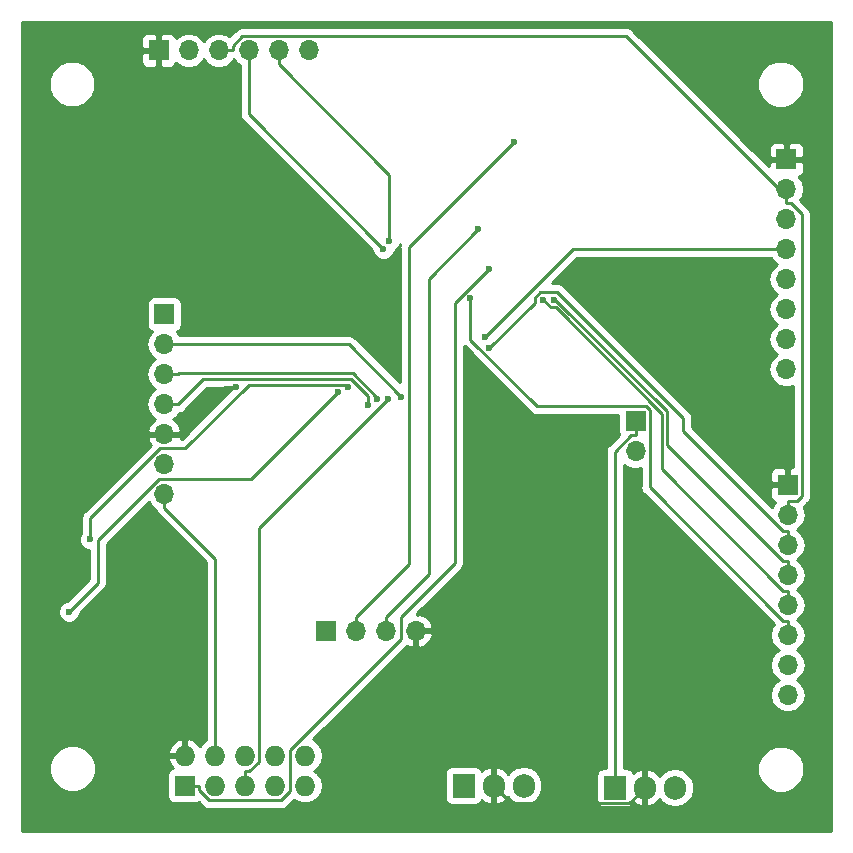
<source format=gbl>
G04 #@! TF.GenerationSoftware,KiCad,Pcbnew,5.0.2-bee76a0~70~ubuntu18.10.1*
G04 #@! TF.CreationDate,2019-07-02T09:20:29-04:00*
G04 #@! TF.ProjectId,Bonaire,426f6e61-6972-4652-9e6b-696361645f70,rev?*
G04 #@! TF.SameCoordinates,Original*
G04 #@! TF.FileFunction,Copper,L2,Bot*
G04 #@! TF.FilePolarity,Positive*
%FSLAX46Y46*%
G04 Gerber Fmt 4.6, Leading zero omitted, Abs format (unit mm)*
G04 Created by KiCad (PCBNEW 5.0.2-bee76a0~70~ubuntu18.10.1) date Tue 02 Jul 2019 09:20:29 AM EDT*
%MOMM*%
%LPD*%
G01*
G04 APERTURE LIST*
G04 #@! TA.AperFunction,ComponentPad*
%ADD10R,1.700000X1.700000*%
G04 #@! TD*
G04 #@! TA.AperFunction,ComponentPad*
%ADD11O,1.700000X1.700000*%
G04 #@! TD*
G04 #@! TA.AperFunction,ComponentPad*
%ADD12R,1.905000X2.000000*%
G04 #@! TD*
G04 #@! TA.AperFunction,ComponentPad*
%ADD13O,1.905000X2.000000*%
G04 #@! TD*
G04 #@! TA.AperFunction,ComponentPad*
%ADD14R,1.727200X1.727200*%
G04 #@! TD*
G04 #@! TA.AperFunction,ComponentPad*
%ADD15O,1.727200X1.727200*%
G04 #@! TD*
G04 #@! TA.AperFunction,ViaPad*
%ADD16C,0.600000*%
G04 #@! TD*
G04 #@! TA.AperFunction,Conductor*
%ADD17C,0.250000*%
G04 #@! TD*
G04 #@! TA.AperFunction,Conductor*
%ADD18C,0.254000*%
G04 #@! TD*
G04 APERTURE END LIST*
D10*
G04 #@! TO.P,J2,1*
G04 #@! TO.N,/GPIOB/~CS*
X133599000Y-91455200D03*
D11*
G04 #@! TO.P,J2,2*
G04 #@! TO.N,/GPIOB/MOSI*
X133599000Y-93995200D03*
G04 #@! TO.P,J2,3*
G04 #@! TO.N,/GPIOB/MISO*
X133599000Y-96535200D03*
G04 #@! TO.P,J2,4*
G04 #@! TO.N,/GPIOB/SCK*
X133599000Y-99075200D03*
G04 #@! TO.P,J2,5*
G04 #@! TO.N,GND*
X133599000Y-101615200D03*
G04 #@! TO.P,J2,6*
G04 #@! TO.N,Net-(J2-Pad6)*
X133599000Y-104155200D03*
G04 #@! TO.P,J2,7*
G04 #@! TO.N,+3V3*
X133599000Y-106695200D03*
G04 #@! TD*
D10*
G04 #@! TO.P,J3,1*
G04 #@! TO.N,GND*
X133126000Y-69113400D03*
D11*
G04 #@! TO.P,J3,2*
G04 #@! TO.N,Net-(J3-Pad2)*
X135666000Y-69113400D03*
G04 #@! TO.P,J3,3*
G04 #@! TO.N,+5V*
X138206000Y-69113400D03*
G04 #@! TO.P,J3,4*
G04 #@! TO.N,/GPIOB/UART1_RX*
X140746000Y-69113400D03*
G04 #@! TO.P,J3,5*
G04 #@! TO.N,/GPIOB/UART1_TX*
X143286000Y-69113400D03*
G04 #@! TO.P,J3,6*
G04 #@! TO.N,Net-(J3-Pad6)*
X145826000Y-69113400D03*
G04 #@! TD*
D10*
G04 #@! TO.P,J4,1*
G04 #@! TO.N,GND*
X186385000Y-105913000D03*
D11*
G04 #@! TO.P,J4,2*
G04 #@! TO.N,+5V*
X186385000Y-108453000D03*
G04 #@! TO.P,J4,3*
G04 #@! TO.N,Net-(J4-Pad3)*
X186385000Y-110993000D03*
G04 #@! TO.P,J4,4*
G04 #@! TO.N,Net-(J4-Pad4)*
X186385000Y-113533000D03*
G04 #@! TO.P,J4,5*
G04 #@! TO.N,Net-(J4-Pad5)*
X186385000Y-116073000D03*
G04 #@! TO.P,J4,6*
G04 #@! TO.N,Net-(J4-Pad6)*
X186385000Y-118613000D03*
G04 #@! TO.P,J4,7*
G04 #@! TO.N,Net-(J4-Pad7)*
X186385000Y-121153000D03*
G04 #@! TO.P,J4,8*
G04 #@! TO.N,Net-(J4-Pad8)*
X186385000Y-123693000D03*
G04 #@! TD*
G04 #@! TO.P,J5,8*
G04 #@! TO.N,Net-(J5-Pad8)*
X186263000Y-96128800D03*
G04 #@! TO.P,J5,7*
G04 #@! TO.N,Net-(J5-Pad7)*
X186263000Y-93588800D03*
G04 #@! TO.P,J5,6*
G04 #@! TO.N,Net-(J5-Pad6)*
X186263000Y-91048800D03*
G04 #@! TO.P,J5,5*
G04 #@! TO.N,Net-(J5-Pad5)*
X186263000Y-88508800D03*
G04 #@! TO.P,J5,4*
G04 #@! TO.N,Net-(J5-Pad4)*
X186263000Y-85968800D03*
G04 #@! TO.P,J5,3*
G04 #@! TO.N,Net-(J5-Pad3)*
X186263000Y-83428800D03*
G04 #@! TO.P,J5,2*
G04 #@! TO.N,+5V*
X186263000Y-80888800D03*
D10*
G04 #@! TO.P,J5,1*
G04 #@! TO.N,GND*
X186263000Y-78348800D03*
G04 #@! TD*
D12*
G04 #@! TO.P,U1,1*
G04 #@! TO.N,+24V*
X158938000Y-131374000D03*
D13*
G04 #@! TO.P,U1,2*
G04 #@! TO.N,GND*
X161478000Y-131374000D03*
G04 #@! TO.P,U1,3*
G04 #@! TO.N,+3V3*
X164018000Y-131374000D03*
G04 #@! TD*
G04 #@! TO.P,U3,3*
G04 #@! TO.N,+5V*
X176835000Y-131557000D03*
G04 #@! TO.P,U3,2*
G04 #@! TO.N,GND*
X174295000Y-131557000D03*
D12*
G04 #@! TO.P,U3,1*
G04 #@! TO.N,+24V*
X171755000Y-131557000D03*
G04 #@! TD*
D14*
G04 #@! TO.P,CON1,1*
G04 #@! TO.N,Net-(CON1-Pad1)*
X135352000Y-131374000D03*
D15*
G04 #@! TO.P,CON1,2*
G04 #@! TO.N,GND*
X135352000Y-128834000D03*
G04 #@! TO.P,CON1,3*
G04 #@! TO.N,Net-(CON1-Pad3)*
X137892000Y-131374000D03*
G04 #@! TO.P,CON1,4*
G04 #@! TO.N,+3V3*
X137892000Y-128834000D03*
G04 #@! TO.P,CON1,5*
G04 #@! TO.N,Net-(CON1-Pad5)*
X140432000Y-131374000D03*
G04 #@! TO.P,CON1,6*
G04 #@! TO.N,Net-(CON1-Pad6)*
X140432000Y-128834000D03*
G04 #@! TO.P,CON1,7*
G04 #@! TO.N,Net-(CON1-Pad7)*
X142972000Y-131374000D03*
G04 #@! TO.P,CON1,8*
G04 #@! TO.N,Net-(CON1-Pad8)*
X142972000Y-128834000D03*
G04 #@! TO.P,CON1,9*
G04 #@! TO.N,Net-(CON1-Pad9)*
X145512000Y-131374000D03*
G04 #@! TO.P,CON1,10*
G04 #@! TO.N,Net-(CON1-Pad10)*
X145512000Y-128834000D03*
G04 #@! TD*
D10*
G04 #@! TO.P,J1,1*
G04 #@! TO.N,+24V*
X147279000Y-118273000D03*
D11*
G04 #@! TO.P,J1,2*
G04 #@! TO.N,/RS485A*
X149819000Y-118273000D03*
G04 #@! TO.P,J1,3*
G04 #@! TO.N,/RS485B*
X152359000Y-118273000D03*
G04 #@! TO.P,J1,4*
G04 #@! TO.N,GND*
X154899000Y-118273000D03*
G04 #@! TD*
D10*
G04 #@! TO.P,JP1,1*
G04 #@! TO.N,+24V*
X173518000Y-100548000D03*
D11*
G04 #@! TO.P,JP1,2*
G04 #@! TO.N,+5V*
X173518000Y-103088000D03*
G04 #@! TD*
D16*
G04 #@! TO.N,GND*
X139679700Y-97610300D03*
G04 #@! TO.N,Net-(D2-Pad2)*
X148285700Y-98060600D03*
X125530300Y-116659700D03*
G04 #@! TO.N,Net-(D3-Pad2)*
X127341700Y-110534700D03*
X149134600Y-97610300D03*
G04 #@! TO.N,/RS485B*
X160192500Y-84263600D03*
G04 #@! TO.N,/RS485A*
X163214700Y-76853300D03*
G04 #@! TO.N,/GPIOB/MOSI*
X153663600Y-98455600D03*
G04 #@! TO.N,/GPIOB/MISO*
X151632900Y-98669100D03*
G04 #@! TO.N,/GPIOB/SCK*
X150818700Y-99132200D03*
G04 #@! TO.N,/GPIOB/UART1_RX*
X152161600Y-85929400D03*
G04 #@! TO.N,/GPIOB/UART1_TX*
X152657500Y-85251600D03*
G04 #@! TO.N,Net-(J4-Pad3)*
X161128500Y-94337300D03*
G04 #@! TO.N,Net-(J4-Pad4)*
X166579400Y-90232900D03*
G04 #@! TO.N,Net-(J4-Pad5)*
X165689900Y-90224000D03*
G04 #@! TO.N,Net-(J4-Pad6)*
X159512300Y-90129800D03*
G04 #@! TO.N,Net-(J5-Pad4)*
X160782600Y-93428400D03*
G04 #@! TO.N,Net-(CON1-Pad5)*
X152524600Y-98662900D03*
G04 #@! TO.N,Net-(CON1-Pad1)*
X161126400Y-87631400D03*
G04 #@! TD*
D17*
G04 #@! TO.N,+3V3*
X133599000Y-106695200D02*
X133599000Y-107870500D01*
X137892000Y-128834000D02*
X137892000Y-112163500D01*
X137892000Y-112163500D02*
X133599000Y-107870500D01*
G04 #@! TO.N,GND*
X134774300Y-101615200D02*
X138779200Y-97610300D01*
X138779200Y-97610300D02*
X139679700Y-97610300D01*
X161478000Y-131374000D02*
X162986400Y-132882400D01*
X162986400Y-132882400D02*
X172969600Y-132882400D01*
X172969600Y-132882400D02*
X174295000Y-131557000D01*
X133599000Y-101615200D02*
X134774300Y-101615200D01*
G04 #@! TO.N,Net-(D2-Pad2)*
X125530300Y-116659700D02*
X127967000Y-114223000D01*
X127967000Y-114223000D02*
X127967000Y-110610600D01*
X127967000Y-110610600D02*
X133152400Y-105425200D01*
X133152400Y-105425200D02*
X140921100Y-105425200D01*
X140921100Y-105425200D02*
X148285700Y-98060600D01*
G04 #@! TO.N,Net-(D3-Pad2)*
X127341700Y-110534700D02*
X127341700Y-108680500D01*
X127341700Y-108680500D02*
X133231600Y-102790600D01*
X133231600Y-102790600D02*
X135383800Y-102790600D01*
X135383800Y-102790600D02*
X140739200Y-97435200D01*
X140739200Y-97435200D02*
X148959500Y-97435200D01*
X148959500Y-97435200D02*
X149134600Y-97610300D01*
G04 #@! TO.N,/RS485B*
X152359000Y-118273000D02*
X152359000Y-117097700D01*
X152359000Y-117097700D02*
X155987400Y-113469300D01*
X155987400Y-113469300D02*
X155987400Y-88468700D01*
X155987400Y-88468700D02*
X160192500Y-84263600D01*
G04 #@! TO.N,/RS485A*
X163214700Y-76853300D02*
X154288900Y-85779100D01*
X154288900Y-85779100D02*
X154288900Y-112627800D01*
X154288900Y-112627800D02*
X149819000Y-117097700D01*
X149819000Y-118273000D02*
X149819000Y-117097700D01*
G04 #@! TO.N,/GPIOB/MOSI*
X153663600Y-98455600D02*
X149203200Y-93995200D01*
X149203200Y-93995200D02*
X133599000Y-93995200D01*
G04 #@! TO.N,/GPIOB/MISO*
X134774300Y-96535200D02*
X134859000Y-96450500D01*
X134859000Y-96450500D02*
X149546500Y-96450500D01*
X149546500Y-96450500D02*
X151632900Y-98536900D01*
X151632900Y-98536900D02*
X151632900Y-98669100D01*
X133599000Y-96535200D02*
X134774300Y-96535200D01*
G04 #@! TO.N,/GPIOB/SCK*
X134774300Y-99075200D02*
X136864700Y-96984800D01*
X136864700Y-96984800D02*
X149442600Y-96984800D01*
X149442600Y-96984800D02*
X150818700Y-98360900D01*
X150818700Y-98360900D02*
X150818700Y-99132200D01*
X133599000Y-99075200D02*
X134774300Y-99075200D01*
G04 #@! TO.N,/GPIOB/UART1_RX*
X140746000Y-70288700D02*
X140746000Y-74513800D01*
X140746000Y-74513800D02*
X152161600Y-85929400D01*
X140746000Y-69113400D02*
X140746000Y-70288700D01*
G04 #@! TO.N,/GPIOB/UART1_TX*
X143286000Y-70288700D02*
X152657500Y-79660200D01*
X152657500Y-79660200D02*
X152657500Y-85251600D01*
X143286000Y-69113400D02*
X143286000Y-70288700D01*
G04 #@! TO.N,+5V*
X138206000Y-69113400D02*
X139381300Y-69113400D01*
X186263000Y-81476400D02*
X172724700Y-67938100D01*
X172724700Y-67938100D02*
X140189200Y-67938100D01*
X140189200Y-67938100D02*
X139381300Y-68746000D01*
X139381300Y-68746000D02*
X139381300Y-69113400D01*
X186263000Y-81476400D02*
X186263000Y-82064100D01*
X186263000Y-80888800D02*
X186263000Y-81476400D01*
X186385000Y-108453000D02*
X186385000Y-107277700D01*
X186385000Y-107277700D02*
X187193000Y-107277700D01*
X187193000Y-107277700D02*
X187573300Y-106897400D01*
X187573300Y-106897400D02*
X187573300Y-83007100D01*
X187573300Y-83007100D02*
X186630300Y-82064100D01*
X186630300Y-82064100D02*
X186263000Y-82064100D01*
G04 #@! TO.N,Net-(J4-Pad3)*
X186385000Y-109817700D02*
X186017600Y-109817700D01*
X186017600Y-109817700D02*
X177531800Y-101331900D01*
X177531800Y-101331900D02*
X177531800Y-100267100D01*
X177531800Y-100267100D02*
X166863400Y-89598700D01*
X166863400Y-89598700D02*
X165420000Y-89598700D01*
X165420000Y-89598700D02*
X164947700Y-90071000D01*
X164947700Y-90071000D02*
X164947700Y-90518100D01*
X164947700Y-90518100D02*
X161128500Y-94337300D01*
X186385000Y-110993000D02*
X186385000Y-109817700D01*
G04 #@! TO.N,Net-(J4-Pad4)*
X186385000Y-112357700D02*
X186017700Y-112357700D01*
X186017700Y-112357700D02*
X176181100Y-102521100D01*
X176181100Y-102521100D02*
X176181100Y-99697000D01*
X176181100Y-99697000D02*
X166717000Y-90232900D01*
X166717000Y-90232900D02*
X166579400Y-90232900D01*
X186385000Y-113533000D02*
X186385000Y-112357700D01*
G04 #@! TO.N,Net-(J4-Pad5)*
X186385000Y-114897700D02*
X186017700Y-114897700D01*
X186017700Y-114897700D02*
X175730700Y-104610700D01*
X175730700Y-104610700D02*
X175730700Y-99883600D01*
X175730700Y-99883600D02*
X166733000Y-90885900D01*
X166733000Y-90885900D02*
X166348100Y-90885900D01*
X166348100Y-90885900D02*
X165689900Y-90227700D01*
X165689900Y-90227700D02*
X165689900Y-90224000D01*
X186385000Y-116073000D02*
X186385000Y-114897700D01*
G04 #@! TO.N,Net-(J4-Pad6)*
X186385000Y-118613000D02*
X186385000Y-117437700D01*
X159512300Y-90129800D02*
X159512300Y-93610800D01*
X159512300Y-93610800D02*
X165170100Y-99268600D01*
X165170100Y-99268600D02*
X174404900Y-99268600D01*
X174404900Y-99268600D02*
X174693400Y-99557100D01*
X174693400Y-99557100D02*
X174693400Y-106113400D01*
X174693400Y-106113400D02*
X186017700Y-117437700D01*
X186017700Y-117437700D02*
X186385000Y-117437700D01*
G04 #@! TO.N,Net-(J5-Pad4)*
X186263000Y-85968800D02*
X168242200Y-85968800D01*
X168242200Y-85968800D02*
X160782600Y-93428400D01*
G04 #@! TO.N,+24V*
X173518000Y-101723300D02*
X173150700Y-101723300D01*
X173150700Y-101723300D02*
X171755000Y-103119000D01*
X171755000Y-103119000D02*
X171755000Y-131557000D01*
X173518000Y-100548000D02*
X173518000Y-101723300D01*
G04 #@! TO.N,Net-(CON1-Pad5)*
X140432000Y-130185100D02*
X140803600Y-130185100D01*
X140803600Y-130185100D02*
X141620900Y-129367800D01*
X141620900Y-129367800D02*
X141620900Y-109566600D01*
X141620900Y-109566600D02*
X152524600Y-98662900D01*
X140432000Y-131374000D02*
X140432000Y-130185100D01*
G04 #@! TO.N,Net-(CON1-Pad1)*
X161126400Y-87631400D02*
X158219500Y-90538300D01*
X158219500Y-90538300D02*
X158219500Y-112507100D01*
X158219500Y-112507100D02*
X153629000Y-117097600D01*
X153629000Y-117097600D02*
X153629000Y-118948300D01*
X153629000Y-118948300D02*
X144242000Y-128335300D01*
X144242000Y-128335300D02*
X144242000Y-131849500D01*
X144242000Y-131849500D02*
X143477000Y-132614500D01*
X143477000Y-132614500D02*
X137409900Y-132614500D01*
X137409900Y-132614500D02*
X136540900Y-131745500D01*
X136540900Y-131745500D02*
X136540900Y-131374000D01*
X135352000Y-131374000D02*
X136540900Y-131374000D01*
G04 #@! TD*
D18*
G04 #@! TO.N,GND*
G36*
X190069800Y-135238440D02*
X121539800Y-135238440D01*
X121539800Y-129546159D01*
X123842000Y-129546159D01*
X123842000Y-130335841D01*
X124144199Y-131065412D01*
X124702588Y-131623801D01*
X125432159Y-131926000D01*
X126221841Y-131926000D01*
X126951412Y-131623801D01*
X127509801Y-131065412D01*
X127812000Y-130335841D01*
X127812000Y-129546159D01*
X127509801Y-128816588D01*
X127168186Y-128474973D01*
X133897032Y-128474973D01*
X134017531Y-128707000D01*
X135225000Y-128707000D01*
X135225000Y-127500183D01*
X134992974Y-127379042D01*
X134577053Y-127551312D01*
X134145179Y-127945510D01*
X133897032Y-128474973D01*
X127168186Y-128474973D01*
X126951412Y-128258199D01*
X126221841Y-127956000D01*
X125432159Y-127956000D01*
X124702588Y-128258199D01*
X124144199Y-128816588D01*
X123842000Y-129546159D01*
X121539800Y-129546159D01*
X121539800Y-116473717D01*
X124595300Y-116473717D01*
X124595300Y-116845683D01*
X124737645Y-117189335D01*
X125000665Y-117452355D01*
X125344317Y-117594700D01*
X125716283Y-117594700D01*
X126059935Y-117452355D01*
X126322955Y-117189335D01*
X126465300Y-116845683D01*
X126465300Y-116799501D01*
X128451473Y-114813329D01*
X128514929Y-114770929D01*
X128682904Y-114519537D01*
X128727000Y-114297852D01*
X128727000Y-114297848D01*
X128741888Y-114223001D01*
X128727000Y-114148154D01*
X128727000Y-110925401D01*
X132271307Y-107381095D01*
X132528375Y-107765825D01*
X132845430Y-107977675D01*
X132883097Y-108167037D01*
X133051072Y-108418429D01*
X133114528Y-108460829D01*
X137132001Y-112478303D01*
X137132000Y-127539465D01*
X136811570Y-127753570D01*
X136610146Y-128055021D01*
X136558821Y-127945510D01*
X136126947Y-127551312D01*
X135711026Y-127379042D01*
X135479000Y-127500183D01*
X135479000Y-128707000D01*
X135499000Y-128707000D01*
X135499000Y-128961000D01*
X135479000Y-128961000D01*
X135479000Y-128981000D01*
X135225000Y-128981000D01*
X135225000Y-128961000D01*
X134017531Y-128961000D01*
X133897032Y-129193027D01*
X134145179Y-129722490D01*
X134332950Y-129893881D01*
X134240635Y-129912243D01*
X134030591Y-130052591D01*
X133890243Y-130262635D01*
X133840960Y-130510400D01*
X133840960Y-132237600D01*
X133890243Y-132485365D01*
X134030591Y-132695409D01*
X134240635Y-132835757D01*
X134488400Y-132885040D01*
X136215600Y-132885040D01*
X136463365Y-132835757D01*
X136519109Y-132798510D01*
X136819571Y-133098973D01*
X136861971Y-133162429D01*
X137113363Y-133330404D01*
X137335048Y-133374500D01*
X137335052Y-133374500D01*
X137409900Y-133389388D01*
X137484748Y-133374500D01*
X143402153Y-133374500D01*
X143477000Y-133389388D01*
X143551847Y-133374500D01*
X143551852Y-133374500D01*
X143773537Y-133330404D01*
X144024929Y-133162429D01*
X144067331Y-133098971D01*
X144599599Y-132566704D01*
X144927275Y-132785650D01*
X145364402Y-132872600D01*
X145659598Y-132872600D01*
X146096725Y-132785650D01*
X146592430Y-132454430D01*
X146923650Y-131958725D01*
X147039959Y-131374000D01*
X146923650Y-130789275D01*
X146646172Y-130374000D01*
X157338060Y-130374000D01*
X157338060Y-132374000D01*
X157387343Y-132621765D01*
X157527691Y-132831809D01*
X157737735Y-132972157D01*
X157985500Y-133021440D01*
X159890500Y-133021440D01*
X160138265Y-132972157D01*
X160348309Y-132831809D01*
X160485255Y-132626857D01*
X160611076Y-132749973D01*
X161105020Y-132964563D01*
X161351000Y-132844594D01*
X161351000Y-131501000D01*
X161331000Y-131501000D01*
X161331000Y-131247000D01*
X161351000Y-131247000D01*
X161351000Y-129903406D01*
X161605000Y-129903406D01*
X161605000Y-131247000D01*
X161625000Y-131247000D01*
X161625000Y-131501000D01*
X161605000Y-131501000D01*
X161605000Y-132844594D01*
X161850980Y-132964563D01*
X162344924Y-132749973D01*
X162738841Y-132364526D01*
X162873477Y-132566023D01*
X163398590Y-132916891D01*
X164018000Y-133040100D01*
X164637411Y-132916891D01*
X165162523Y-132566023D01*
X165513391Y-132040910D01*
X165605500Y-131577849D01*
X165605500Y-131170150D01*
X165513391Y-130707089D01*
X165162523Y-130181977D01*
X164637410Y-129831109D01*
X164018000Y-129707900D01*
X163398589Y-129831109D01*
X162873477Y-130181977D01*
X162738841Y-130383474D01*
X162344924Y-129998027D01*
X161850980Y-129783437D01*
X161605000Y-129903406D01*
X161351000Y-129903406D01*
X161105020Y-129783437D01*
X160611076Y-129998027D01*
X160485255Y-130121143D01*
X160348309Y-129916191D01*
X160138265Y-129775843D01*
X159890500Y-129726560D01*
X157985500Y-129726560D01*
X157737735Y-129775843D01*
X157527691Y-129916191D01*
X157387343Y-130126235D01*
X157338060Y-130374000D01*
X146646172Y-130374000D01*
X146592430Y-130293570D01*
X146308719Y-130104000D01*
X146592430Y-129914430D01*
X146923650Y-129418725D01*
X147039959Y-128834000D01*
X146923650Y-128249275D01*
X146592430Y-127753570D01*
X146176468Y-127475633D01*
X154113473Y-119538629D01*
X154120398Y-119534002D01*
X154132076Y-119544645D01*
X154542110Y-119714476D01*
X154772000Y-119593155D01*
X154772000Y-118400000D01*
X155026000Y-118400000D01*
X155026000Y-119593155D01*
X155255890Y-119714476D01*
X155665924Y-119544645D01*
X156094183Y-119154358D01*
X156340486Y-118629892D01*
X156219819Y-118400000D01*
X155026000Y-118400000D01*
X154772000Y-118400000D01*
X154752000Y-118400000D01*
X154752000Y-118146000D01*
X154772000Y-118146000D01*
X154772000Y-118126000D01*
X155026000Y-118126000D01*
X155026000Y-118146000D01*
X156219819Y-118146000D01*
X156340486Y-117916108D01*
X156094183Y-117391642D01*
X155665924Y-117001355D01*
X155255890Y-116831524D01*
X155026002Y-116952844D01*
X155026002Y-116788000D01*
X155013401Y-116788000D01*
X158703976Y-113097427D01*
X158767429Y-113055029D01*
X158809827Y-112991576D01*
X158809829Y-112991574D01*
X158935403Y-112803638D01*
X158935404Y-112803637D01*
X158979500Y-112581952D01*
X158979500Y-112581948D01*
X158994388Y-112507101D01*
X158979500Y-112432254D01*
X158979500Y-94168837D01*
X159027828Y-94201129D01*
X164579773Y-99753076D01*
X164622171Y-99816529D01*
X164685624Y-99858927D01*
X164685626Y-99858929D01*
X164722548Y-99883599D01*
X164873563Y-99984504D01*
X165095248Y-100028600D01*
X165095252Y-100028600D01*
X165170099Y-100043488D01*
X165244946Y-100028600D01*
X172020560Y-100028600D01*
X172020560Y-101398000D01*
X172069843Y-101645765D01*
X172103325Y-101695874D01*
X171270530Y-102528669D01*
X171207071Y-102571071D01*
X171039096Y-102822464D01*
X170995000Y-103044149D01*
X170995000Y-103044153D01*
X170980112Y-103119000D01*
X170995000Y-103193847D01*
X170995001Y-129909560D01*
X170802500Y-129909560D01*
X170554735Y-129958843D01*
X170344691Y-130099191D01*
X170204343Y-130309235D01*
X170155060Y-130557000D01*
X170155060Y-132557000D01*
X170204343Y-132804765D01*
X170344691Y-133014809D01*
X170554735Y-133155157D01*
X170802500Y-133204440D01*
X172707500Y-133204440D01*
X172955265Y-133155157D01*
X173165309Y-133014809D01*
X173302255Y-132809857D01*
X173428076Y-132932973D01*
X173922020Y-133147563D01*
X174168000Y-133027594D01*
X174168000Y-131684000D01*
X174148000Y-131684000D01*
X174148000Y-131430000D01*
X174168000Y-131430000D01*
X174168000Y-130086406D01*
X174422000Y-130086406D01*
X174422000Y-131430000D01*
X174442000Y-131430000D01*
X174442000Y-131684000D01*
X174422000Y-131684000D01*
X174422000Y-133027594D01*
X174667980Y-133147563D01*
X175161924Y-132932973D01*
X175555841Y-132547526D01*
X175690477Y-132749023D01*
X176215590Y-133099891D01*
X176835000Y-133223100D01*
X177454411Y-133099891D01*
X177979523Y-132749023D01*
X178330391Y-132223910D01*
X178422500Y-131760849D01*
X178422500Y-131353150D01*
X178330391Y-130890089D01*
X177979523Y-130364977D01*
X177454410Y-130014109D01*
X176835000Y-129890900D01*
X176215589Y-130014109D01*
X175690477Y-130364977D01*
X175555841Y-130566474D01*
X175161924Y-130181027D01*
X174667980Y-129966437D01*
X174422000Y-130086406D01*
X174168000Y-130086406D01*
X173922020Y-129966437D01*
X173428076Y-130181027D01*
X173302255Y-130304143D01*
X173165309Y-130099191D01*
X172955265Y-129958843D01*
X172707500Y-129909560D01*
X172515000Y-129909560D01*
X172515000Y-129587159D01*
X183816000Y-129587159D01*
X183816000Y-130376841D01*
X184118199Y-131106412D01*
X184676588Y-131664801D01*
X185406159Y-131967000D01*
X186195841Y-131967000D01*
X186925412Y-131664801D01*
X187483801Y-131106412D01*
X187786000Y-130376841D01*
X187786000Y-129587159D01*
X187483801Y-128857588D01*
X186925412Y-128299199D01*
X186195841Y-127997000D01*
X185406159Y-127997000D01*
X184676588Y-128299199D01*
X184118199Y-128857588D01*
X183816000Y-129587159D01*
X172515000Y-129587159D01*
X172515000Y-104203811D01*
X172938582Y-104486839D01*
X173371744Y-104573000D01*
X173664256Y-104573000D01*
X173933401Y-104519464D01*
X173933401Y-106038548D01*
X173918512Y-106113400D01*
X173977497Y-106409937D01*
X174039554Y-106502811D01*
X174145472Y-106661329D01*
X174208928Y-106703729D01*
X185207509Y-117702311D01*
X184986161Y-118033582D01*
X184870908Y-118613000D01*
X184986161Y-119192418D01*
X185314375Y-119683625D01*
X185612761Y-119883000D01*
X185314375Y-120082375D01*
X184986161Y-120573582D01*
X184870908Y-121153000D01*
X184986161Y-121732418D01*
X185314375Y-122223625D01*
X185612761Y-122423000D01*
X185314375Y-122622375D01*
X184986161Y-123113582D01*
X184870908Y-123693000D01*
X184986161Y-124272418D01*
X185314375Y-124763625D01*
X185805582Y-125091839D01*
X186238744Y-125178000D01*
X186531256Y-125178000D01*
X186964418Y-125091839D01*
X187455625Y-124763625D01*
X187783839Y-124272418D01*
X187899092Y-123693000D01*
X187783839Y-123113582D01*
X187455625Y-122622375D01*
X187157239Y-122423000D01*
X187455625Y-122223625D01*
X187783839Y-121732418D01*
X187899092Y-121153000D01*
X187783839Y-120573582D01*
X187455625Y-120082375D01*
X187157239Y-119883000D01*
X187455625Y-119683625D01*
X187783839Y-119192418D01*
X187899092Y-118613000D01*
X187783839Y-118033582D01*
X187455625Y-117542375D01*
X187157239Y-117343000D01*
X187455625Y-117143625D01*
X187783839Y-116652418D01*
X187899092Y-116073000D01*
X187783839Y-115493582D01*
X187455625Y-115002375D01*
X187157239Y-114803000D01*
X187455625Y-114603625D01*
X187783839Y-114112418D01*
X187899092Y-113533000D01*
X187783839Y-112953582D01*
X187455625Y-112462375D01*
X187157239Y-112263000D01*
X187455625Y-112063625D01*
X187783839Y-111572418D01*
X187899092Y-110993000D01*
X187783839Y-110413582D01*
X187455625Y-109922375D01*
X187157239Y-109723000D01*
X187455625Y-109523625D01*
X187783839Y-109032418D01*
X187899092Y-108453000D01*
X187783839Y-107873582D01*
X187746363Y-107817496D01*
X187783331Y-107762171D01*
X188057773Y-107487729D01*
X188121229Y-107445329D01*
X188289204Y-107193937D01*
X188333300Y-106972252D01*
X188333300Y-106972248D01*
X188348188Y-106897401D01*
X188333300Y-106822554D01*
X188333300Y-83081946D01*
X188348188Y-83007099D01*
X188333300Y-82932252D01*
X188333300Y-82932248D01*
X188289204Y-82710563D01*
X188180965Y-82548572D01*
X188163629Y-82522626D01*
X188163627Y-82522624D01*
X188121229Y-82459171D01*
X188057775Y-82416773D01*
X187440491Y-81799489D01*
X187661839Y-81468218D01*
X187777092Y-80888800D01*
X187661839Y-80309382D01*
X187333625Y-79818175D01*
X187311967Y-79803704D01*
X187472698Y-79737127D01*
X187651327Y-79558499D01*
X187748000Y-79325110D01*
X187748000Y-78634550D01*
X187589250Y-78475800D01*
X186390000Y-78475800D01*
X186390000Y-78495800D01*
X186136000Y-78495800D01*
X186136000Y-78475800D01*
X184936750Y-78475800D01*
X184778000Y-78634550D01*
X184778000Y-78916597D01*
X183233893Y-77372490D01*
X184778000Y-77372490D01*
X184778000Y-78063050D01*
X184936750Y-78221800D01*
X186136000Y-78221800D01*
X186136000Y-77022550D01*
X186390000Y-77022550D01*
X186390000Y-78221800D01*
X187589250Y-78221800D01*
X187748000Y-78063050D01*
X187748000Y-77372490D01*
X187651327Y-77139101D01*
X187472698Y-76960473D01*
X187239309Y-76863800D01*
X186548750Y-76863800D01*
X186390000Y-77022550D01*
X186136000Y-77022550D01*
X185977250Y-76863800D01*
X185286691Y-76863800D01*
X185053302Y-76960473D01*
X184874673Y-77139101D01*
X184778000Y-77372490D01*
X183233893Y-77372490D01*
X177455261Y-71593859D01*
X183801000Y-71593859D01*
X183801000Y-72383541D01*
X184103199Y-73113112D01*
X184661588Y-73671501D01*
X185391159Y-73973700D01*
X186180841Y-73973700D01*
X186910412Y-73671501D01*
X187468801Y-73113112D01*
X187771000Y-72383541D01*
X187771000Y-71593859D01*
X187468801Y-70864288D01*
X186910412Y-70305899D01*
X186180841Y-70003700D01*
X185391159Y-70003700D01*
X184661588Y-70305899D01*
X184103199Y-70864288D01*
X183801000Y-71593859D01*
X177455261Y-71593859D01*
X173315031Y-67453630D01*
X173272629Y-67390171D01*
X173021237Y-67222196D01*
X172799552Y-67178100D01*
X172799547Y-67178100D01*
X172724700Y-67163212D01*
X172649853Y-67178100D01*
X140264046Y-67178100D01*
X140189199Y-67163212D01*
X140114352Y-67178100D01*
X140114348Y-67178100D01*
X139892663Y-67222196D01*
X139641271Y-67390171D01*
X139598871Y-67453627D01*
X139116629Y-67935869D01*
X138785418Y-67714561D01*
X138352256Y-67628400D01*
X138059744Y-67628400D01*
X137626582Y-67714561D01*
X137135375Y-68042775D01*
X136936000Y-68341161D01*
X136736625Y-68042775D01*
X136245418Y-67714561D01*
X135812256Y-67628400D01*
X135519744Y-67628400D01*
X135086582Y-67714561D01*
X134595375Y-68042775D01*
X134580904Y-68064433D01*
X134514327Y-67903702D01*
X134335699Y-67725073D01*
X134102310Y-67628400D01*
X133411750Y-67628400D01*
X133253000Y-67787150D01*
X133253000Y-68986400D01*
X133273000Y-68986400D01*
X133273000Y-69240400D01*
X133253000Y-69240400D01*
X133253000Y-70439650D01*
X133411750Y-70598400D01*
X134102310Y-70598400D01*
X134335699Y-70501727D01*
X134514327Y-70323098D01*
X134580904Y-70162367D01*
X134595375Y-70184025D01*
X135086582Y-70512239D01*
X135519744Y-70598400D01*
X135812256Y-70598400D01*
X136245418Y-70512239D01*
X136736625Y-70184025D01*
X136936000Y-69885639D01*
X137135375Y-70184025D01*
X137626582Y-70512239D01*
X138059744Y-70598400D01*
X138352256Y-70598400D01*
X138785418Y-70512239D01*
X139276625Y-70184025D01*
X139476000Y-69885639D01*
X139675375Y-70184025D01*
X139986000Y-70391578D01*
X139986001Y-74438948D01*
X139971112Y-74513800D01*
X139986001Y-74588652D01*
X140030097Y-74810337D01*
X140198072Y-75061729D01*
X140261528Y-75104129D01*
X151226600Y-86069203D01*
X151226600Y-86115383D01*
X151368945Y-86459035D01*
X151631965Y-86722055D01*
X151975617Y-86864400D01*
X152347583Y-86864400D01*
X152691235Y-86722055D01*
X152954255Y-86459035D01*
X153096600Y-86115383D01*
X153096600Y-86081756D01*
X153187135Y-86044255D01*
X153450155Y-85781235D01*
X153572190Y-85486616D01*
X153528900Y-85704249D01*
X153528900Y-85704253D01*
X153514012Y-85779100D01*
X153528900Y-85853947D01*
X153528900Y-97246099D01*
X149793531Y-93510730D01*
X149751129Y-93447271D01*
X149499737Y-93279296D01*
X149278052Y-93235200D01*
X149278047Y-93235200D01*
X149203200Y-93220312D01*
X149128353Y-93235200D01*
X134877178Y-93235200D01*
X134669625Y-92924575D01*
X134651381Y-92912384D01*
X134696765Y-92903357D01*
X134906809Y-92763009D01*
X135047157Y-92552965D01*
X135096440Y-92305200D01*
X135096440Y-90605200D01*
X135047157Y-90357435D01*
X134906809Y-90147391D01*
X134696765Y-90007043D01*
X134449000Y-89957760D01*
X132749000Y-89957760D01*
X132501235Y-90007043D01*
X132291191Y-90147391D01*
X132150843Y-90357435D01*
X132101560Y-90605200D01*
X132101560Y-92305200D01*
X132150843Y-92552965D01*
X132291191Y-92763009D01*
X132501235Y-92903357D01*
X132546619Y-92912384D01*
X132528375Y-92924575D01*
X132200161Y-93415782D01*
X132084908Y-93995200D01*
X132200161Y-94574618D01*
X132528375Y-95065825D01*
X132826761Y-95265200D01*
X132528375Y-95464575D01*
X132200161Y-95955782D01*
X132084908Y-96535200D01*
X132200161Y-97114618D01*
X132528375Y-97605825D01*
X132826761Y-97805200D01*
X132528375Y-98004575D01*
X132200161Y-98495782D01*
X132084908Y-99075200D01*
X132200161Y-99654618D01*
X132528375Y-100145825D01*
X132847478Y-100359043D01*
X132717642Y-100420017D01*
X132327355Y-100848276D01*
X132157524Y-101258310D01*
X132278845Y-101488200D01*
X133472000Y-101488200D01*
X133472000Y-101468200D01*
X133726000Y-101468200D01*
X133726000Y-101488200D01*
X134919155Y-101488200D01*
X135040476Y-101258310D01*
X134870645Y-100848276D01*
X134480358Y-100420017D01*
X134350522Y-100359043D01*
X134669625Y-100145825D01*
X134881474Y-99828771D01*
X135070837Y-99791104D01*
X135322229Y-99623129D01*
X135364631Y-99559670D01*
X137179502Y-97744800D01*
X139354797Y-97744800D01*
X135068999Y-102030600D01*
X135016242Y-102030600D01*
X135040476Y-101972090D01*
X134919155Y-101742200D01*
X133726000Y-101742200D01*
X133726000Y-101762200D01*
X133472000Y-101762200D01*
X133472000Y-101742200D01*
X132278845Y-101742200D01*
X132157524Y-101972090D01*
X132327355Y-102382124D01*
X132440796Y-102506602D01*
X126857228Y-108090171D01*
X126793772Y-108132571D01*
X126751372Y-108196027D01*
X126751371Y-108196028D01*
X126625797Y-108383963D01*
X126566812Y-108680500D01*
X126581701Y-108755352D01*
X126581700Y-109972410D01*
X126549045Y-110005065D01*
X126406700Y-110348717D01*
X126406700Y-110720683D01*
X126549045Y-111064335D01*
X126812065Y-111327355D01*
X127155717Y-111469700D01*
X127207001Y-111469700D01*
X127207000Y-113908198D01*
X125390499Y-115724700D01*
X125344317Y-115724700D01*
X125000665Y-115867045D01*
X124737645Y-116130065D01*
X124595300Y-116473717D01*
X121539800Y-116473717D01*
X121539800Y-71578559D01*
X123806000Y-71578559D01*
X123806000Y-72368241D01*
X124108199Y-73097812D01*
X124666588Y-73656201D01*
X125396159Y-73958400D01*
X126185841Y-73958400D01*
X126915412Y-73656201D01*
X127473801Y-73097812D01*
X127776000Y-72368241D01*
X127776000Y-71578559D01*
X127473801Y-70848988D01*
X126915412Y-70290599D01*
X126185841Y-69988400D01*
X125396159Y-69988400D01*
X124666588Y-70290599D01*
X124108199Y-70848988D01*
X123806000Y-71578559D01*
X121539800Y-71578559D01*
X121539800Y-69399150D01*
X131641000Y-69399150D01*
X131641000Y-70089709D01*
X131737673Y-70323098D01*
X131916301Y-70501727D01*
X132149690Y-70598400D01*
X132840250Y-70598400D01*
X132999000Y-70439650D01*
X132999000Y-69240400D01*
X131799750Y-69240400D01*
X131641000Y-69399150D01*
X121539800Y-69399150D01*
X121539800Y-68137091D01*
X131641000Y-68137091D01*
X131641000Y-68827650D01*
X131799750Y-68986400D01*
X132999000Y-68986400D01*
X132999000Y-67787150D01*
X132840250Y-67628400D01*
X132149690Y-67628400D01*
X131916301Y-67725073D01*
X131737673Y-67903702D01*
X131641000Y-68137091D01*
X121539800Y-68137091D01*
X121539800Y-66708440D01*
X190069801Y-66708440D01*
X190069800Y-135238440D01*
X190069800Y-135238440D01*
G37*
X190069800Y-135238440D02*
X121539800Y-135238440D01*
X121539800Y-129546159D01*
X123842000Y-129546159D01*
X123842000Y-130335841D01*
X124144199Y-131065412D01*
X124702588Y-131623801D01*
X125432159Y-131926000D01*
X126221841Y-131926000D01*
X126951412Y-131623801D01*
X127509801Y-131065412D01*
X127812000Y-130335841D01*
X127812000Y-129546159D01*
X127509801Y-128816588D01*
X127168186Y-128474973D01*
X133897032Y-128474973D01*
X134017531Y-128707000D01*
X135225000Y-128707000D01*
X135225000Y-127500183D01*
X134992974Y-127379042D01*
X134577053Y-127551312D01*
X134145179Y-127945510D01*
X133897032Y-128474973D01*
X127168186Y-128474973D01*
X126951412Y-128258199D01*
X126221841Y-127956000D01*
X125432159Y-127956000D01*
X124702588Y-128258199D01*
X124144199Y-128816588D01*
X123842000Y-129546159D01*
X121539800Y-129546159D01*
X121539800Y-116473717D01*
X124595300Y-116473717D01*
X124595300Y-116845683D01*
X124737645Y-117189335D01*
X125000665Y-117452355D01*
X125344317Y-117594700D01*
X125716283Y-117594700D01*
X126059935Y-117452355D01*
X126322955Y-117189335D01*
X126465300Y-116845683D01*
X126465300Y-116799501D01*
X128451473Y-114813329D01*
X128514929Y-114770929D01*
X128682904Y-114519537D01*
X128727000Y-114297852D01*
X128727000Y-114297848D01*
X128741888Y-114223001D01*
X128727000Y-114148154D01*
X128727000Y-110925401D01*
X132271307Y-107381095D01*
X132528375Y-107765825D01*
X132845430Y-107977675D01*
X132883097Y-108167037D01*
X133051072Y-108418429D01*
X133114528Y-108460829D01*
X137132001Y-112478303D01*
X137132000Y-127539465D01*
X136811570Y-127753570D01*
X136610146Y-128055021D01*
X136558821Y-127945510D01*
X136126947Y-127551312D01*
X135711026Y-127379042D01*
X135479000Y-127500183D01*
X135479000Y-128707000D01*
X135499000Y-128707000D01*
X135499000Y-128961000D01*
X135479000Y-128961000D01*
X135479000Y-128981000D01*
X135225000Y-128981000D01*
X135225000Y-128961000D01*
X134017531Y-128961000D01*
X133897032Y-129193027D01*
X134145179Y-129722490D01*
X134332950Y-129893881D01*
X134240635Y-129912243D01*
X134030591Y-130052591D01*
X133890243Y-130262635D01*
X133840960Y-130510400D01*
X133840960Y-132237600D01*
X133890243Y-132485365D01*
X134030591Y-132695409D01*
X134240635Y-132835757D01*
X134488400Y-132885040D01*
X136215600Y-132885040D01*
X136463365Y-132835757D01*
X136519109Y-132798510D01*
X136819571Y-133098973D01*
X136861971Y-133162429D01*
X137113363Y-133330404D01*
X137335048Y-133374500D01*
X137335052Y-133374500D01*
X137409900Y-133389388D01*
X137484748Y-133374500D01*
X143402153Y-133374500D01*
X143477000Y-133389388D01*
X143551847Y-133374500D01*
X143551852Y-133374500D01*
X143773537Y-133330404D01*
X144024929Y-133162429D01*
X144067331Y-133098971D01*
X144599599Y-132566704D01*
X144927275Y-132785650D01*
X145364402Y-132872600D01*
X145659598Y-132872600D01*
X146096725Y-132785650D01*
X146592430Y-132454430D01*
X146923650Y-131958725D01*
X147039959Y-131374000D01*
X146923650Y-130789275D01*
X146646172Y-130374000D01*
X157338060Y-130374000D01*
X157338060Y-132374000D01*
X157387343Y-132621765D01*
X157527691Y-132831809D01*
X157737735Y-132972157D01*
X157985500Y-133021440D01*
X159890500Y-133021440D01*
X160138265Y-132972157D01*
X160348309Y-132831809D01*
X160485255Y-132626857D01*
X160611076Y-132749973D01*
X161105020Y-132964563D01*
X161351000Y-132844594D01*
X161351000Y-131501000D01*
X161331000Y-131501000D01*
X161331000Y-131247000D01*
X161351000Y-131247000D01*
X161351000Y-129903406D01*
X161605000Y-129903406D01*
X161605000Y-131247000D01*
X161625000Y-131247000D01*
X161625000Y-131501000D01*
X161605000Y-131501000D01*
X161605000Y-132844594D01*
X161850980Y-132964563D01*
X162344924Y-132749973D01*
X162738841Y-132364526D01*
X162873477Y-132566023D01*
X163398590Y-132916891D01*
X164018000Y-133040100D01*
X164637411Y-132916891D01*
X165162523Y-132566023D01*
X165513391Y-132040910D01*
X165605500Y-131577849D01*
X165605500Y-131170150D01*
X165513391Y-130707089D01*
X165162523Y-130181977D01*
X164637410Y-129831109D01*
X164018000Y-129707900D01*
X163398589Y-129831109D01*
X162873477Y-130181977D01*
X162738841Y-130383474D01*
X162344924Y-129998027D01*
X161850980Y-129783437D01*
X161605000Y-129903406D01*
X161351000Y-129903406D01*
X161105020Y-129783437D01*
X160611076Y-129998027D01*
X160485255Y-130121143D01*
X160348309Y-129916191D01*
X160138265Y-129775843D01*
X159890500Y-129726560D01*
X157985500Y-129726560D01*
X157737735Y-129775843D01*
X157527691Y-129916191D01*
X157387343Y-130126235D01*
X157338060Y-130374000D01*
X146646172Y-130374000D01*
X146592430Y-130293570D01*
X146308719Y-130104000D01*
X146592430Y-129914430D01*
X146923650Y-129418725D01*
X147039959Y-128834000D01*
X146923650Y-128249275D01*
X146592430Y-127753570D01*
X146176468Y-127475633D01*
X154113473Y-119538629D01*
X154120398Y-119534002D01*
X154132076Y-119544645D01*
X154542110Y-119714476D01*
X154772000Y-119593155D01*
X154772000Y-118400000D01*
X155026000Y-118400000D01*
X155026000Y-119593155D01*
X155255890Y-119714476D01*
X155665924Y-119544645D01*
X156094183Y-119154358D01*
X156340486Y-118629892D01*
X156219819Y-118400000D01*
X155026000Y-118400000D01*
X154772000Y-118400000D01*
X154752000Y-118400000D01*
X154752000Y-118146000D01*
X154772000Y-118146000D01*
X154772000Y-118126000D01*
X155026000Y-118126000D01*
X155026000Y-118146000D01*
X156219819Y-118146000D01*
X156340486Y-117916108D01*
X156094183Y-117391642D01*
X155665924Y-117001355D01*
X155255890Y-116831524D01*
X155026002Y-116952844D01*
X155026002Y-116788000D01*
X155013401Y-116788000D01*
X158703976Y-113097427D01*
X158767429Y-113055029D01*
X158809827Y-112991576D01*
X158809829Y-112991574D01*
X158935403Y-112803638D01*
X158935404Y-112803637D01*
X158979500Y-112581952D01*
X158979500Y-112581948D01*
X158994388Y-112507101D01*
X158979500Y-112432254D01*
X158979500Y-94168837D01*
X159027828Y-94201129D01*
X164579773Y-99753076D01*
X164622171Y-99816529D01*
X164685624Y-99858927D01*
X164685626Y-99858929D01*
X164722548Y-99883599D01*
X164873563Y-99984504D01*
X165095248Y-100028600D01*
X165095252Y-100028600D01*
X165170099Y-100043488D01*
X165244946Y-100028600D01*
X172020560Y-100028600D01*
X172020560Y-101398000D01*
X172069843Y-101645765D01*
X172103325Y-101695874D01*
X171270530Y-102528669D01*
X171207071Y-102571071D01*
X171039096Y-102822464D01*
X170995000Y-103044149D01*
X170995000Y-103044153D01*
X170980112Y-103119000D01*
X170995000Y-103193847D01*
X170995001Y-129909560D01*
X170802500Y-129909560D01*
X170554735Y-129958843D01*
X170344691Y-130099191D01*
X170204343Y-130309235D01*
X170155060Y-130557000D01*
X170155060Y-132557000D01*
X170204343Y-132804765D01*
X170344691Y-133014809D01*
X170554735Y-133155157D01*
X170802500Y-133204440D01*
X172707500Y-133204440D01*
X172955265Y-133155157D01*
X173165309Y-133014809D01*
X173302255Y-132809857D01*
X173428076Y-132932973D01*
X173922020Y-133147563D01*
X174168000Y-133027594D01*
X174168000Y-131684000D01*
X174148000Y-131684000D01*
X174148000Y-131430000D01*
X174168000Y-131430000D01*
X174168000Y-130086406D01*
X174422000Y-130086406D01*
X174422000Y-131430000D01*
X174442000Y-131430000D01*
X174442000Y-131684000D01*
X174422000Y-131684000D01*
X174422000Y-133027594D01*
X174667980Y-133147563D01*
X175161924Y-132932973D01*
X175555841Y-132547526D01*
X175690477Y-132749023D01*
X176215590Y-133099891D01*
X176835000Y-133223100D01*
X177454411Y-133099891D01*
X177979523Y-132749023D01*
X178330391Y-132223910D01*
X178422500Y-131760849D01*
X178422500Y-131353150D01*
X178330391Y-130890089D01*
X177979523Y-130364977D01*
X177454410Y-130014109D01*
X176835000Y-129890900D01*
X176215589Y-130014109D01*
X175690477Y-130364977D01*
X175555841Y-130566474D01*
X175161924Y-130181027D01*
X174667980Y-129966437D01*
X174422000Y-130086406D01*
X174168000Y-130086406D01*
X173922020Y-129966437D01*
X173428076Y-130181027D01*
X173302255Y-130304143D01*
X173165309Y-130099191D01*
X172955265Y-129958843D01*
X172707500Y-129909560D01*
X172515000Y-129909560D01*
X172515000Y-129587159D01*
X183816000Y-129587159D01*
X183816000Y-130376841D01*
X184118199Y-131106412D01*
X184676588Y-131664801D01*
X185406159Y-131967000D01*
X186195841Y-131967000D01*
X186925412Y-131664801D01*
X187483801Y-131106412D01*
X187786000Y-130376841D01*
X187786000Y-129587159D01*
X187483801Y-128857588D01*
X186925412Y-128299199D01*
X186195841Y-127997000D01*
X185406159Y-127997000D01*
X184676588Y-128299199D01*
X184118199Y-128857588D01*
X183816000Y-129587159D01*
X172515000Y-129587159D01*
X172515000Y-104203811D01*
X172938582Y-104486839D01*
X173371744Y-104573000D01*
X173664256Y-104573000D01*
X173933401Y-104519464D01*
X173933401Y-106038548D01*
X173918512Y-106113400D01*
X173977497Y-106409937D01*
X174039554Y-106502811D01*
X174145472Y-106661329D01*
X174208928Y-106703729D01*
X185207509Y-117702311D01*
X184986161Y-118033582D01*
X184870908Y-118613000D01*
X184986161Y-119192418D01*
X185314375Y-119683625D01*
X185612761Y-119883000D01*
X185314375Y-120082375D01*
X184986161Y-120573582D01*
X184870908Y-121153000D01*
X184986161Y-121732418D01*
X185314375Y-122223625D01*
X185612761Y-122423000D01*
X185314375Y-122622375D01*
X184986161Y-123113582D01*
X184870908Y-123693000D01*
X184986161Y-124272418D01*
X185314375Y-124763625D01*
X185805582Y-125091839D01*
X186238744Y-125178000D01*
X186531256Y-125178000D01*
X186964418Y-125091839D01*
X187455625Y-124763625D01*
X187783839Y-124272418D01*
X187899092Y-123693000D01*
X187783839Y-123113582D01*
X187455625Y-122622375D01*
X187157239Y-122423000D01*
X187455625Y-122223625D01*
X187783839Y-121732418D01*
X187899092Y-121153000D01*
X187783839Y-120573582D01*
X187455625Y-120082375D01*
X187157239Y-119883000D01*
X187455625Y-119683625D01*
X187783839Y-119192418D01*
X187899092Y-118613000D01*
X187783839Y-118033582D01*
X187455625Y-117542375D01*
X187157239Y-117343000D01*
X187455625Y-117143625D01*
X187783839Y-116652418D01*
X187899092Y-116073000D01*
X187783839Y-115493582D01*
X187455625Y-115002375D01*
X187157239Y-114803000D01*
X187455625Y-114603625D01*
X187783839Y-114112418D01*
X187899092Y-113533000D01*
X187783839Y-112953582D01*
X187455625Y-112462375D01*
X187157239Y-112263000D01*
X187455625Y-112063625D01*
X187783839Y-111572418D01*
X187899092Y-110993000D01*
X187783839Y-110413582D01*
X187455625Y-109922375D01*
X187157239Y-109723000D01*
X187455625Y-109523625D01*
X187783839Y-109032418D01*
X187899092Y-108453000D01*
X187783839Y-107873582D01*
X187746363Y-107817496D01*
X187783331Y-107762171D01*
X188057773Y-107487729D01*
X188121229Y-107445329D01*
X188289204Y-107193937D01*
X188333300Y-106972252D01*
X188333300Y-106972248D01*
X188348188Y-106897401D01*
X188333300Y-106822554D01*
X188333300Y-83081946D01*
X188348188Y-83007099D01*
X188333300Y-82932252D01*
X188333300Y-82932248D01*
X188289204Y-82710563D01*
X188180965Y-82548572D01*
X188163629Y-82522626D01*
X188163627Y-82522624D01*
X188121229Y-82459171D01*
X188057775Y-82416773D01*
X187440491Y-81799489D01*
X187661839Y-81468218D01*
X187777092Y-80888800D01*
X187661839Y-80309382D01*
X187333625Y-79818175D01*
X187311967Y-79803704D01*
X187472698Y-79737127D01*
X187651327Y-79558499D01*
X187748000Y-79325110D01*
X187748000Y-78634550D01*
X187589250Y-78475800D01*
X186390000Y-78475800D01*
X186390000Y-78495800D01*
X186136000Y-78495800D01*
X186136000Y-78475800D01*
X184936750Y-78475800D01*
X184778000Y-78634550D01*
X184778000Y-78916597D01*
X183233893Y-77372490D01*
X184778000Y-77372490D01*
X184778000Y-78063050D01*
X184936750Y-78221800D01*
X186136000Y-78221800D01*
X186136000Y-77022550D01*
X186390000Y-77022550D01*
X186390000Y-78221800D01*
X187589250Y-78221800D01*
X187748000Y-78063050D01*
X187748000Y-77372490D01*
X187651327Y-77139101D01*
X187472698Y-76960473D01*
X187239309Y-76863800D01*
X186548750Y-76863800D01*
X186390000Y-77022550D01*
X186136000Y-77022550D01*
X185977250Y-76863800D01*
X185286691Y-76863800D01*
X185053302Y-76960473D01*
X184874673Y-77139101D01*
X184778000Y-77372490D01*
X183233893Y-77372490D01*
X177455261Y-71593859D01*
X183801000Y-71593859D01*
X183801000Y-72383541D01*
X184103199Y-73113112D01*
X184661588Y-73671501D01*
X185391159Y-73973700D01*
X186180841Y-73973700D01*
X186910412Y-73671501D01*
X187468801Y-73113112D01*
X187771000Y-72383541D01*
X187771000Y-71593859D01*
X187468801Y-70864288D01*
X186910412Y-70305899D01*
X186180841Y-70003700D01*
X185391159Y-70003700D01*
X184661588Y-70305899D01*
X184103199Y-70864288D01*
X183801000Y-71593859D01*
X177455261Y-71593859D01*
X173315031Y-67453630D01*
X173272629Y-67390171D01*
X173021237Y-67222196D01*
X172799552Y-67178100D01*
X172799547Y-67178100D01*
X172724700Y-67163212D01*
X172649853Y-67178100D01*
X140264046Y-67178100D01*
X140189199Y-67163212D01*
X140114352Y-67178100D01*
X140114348Y-67178100D01*
X139892663Y-67222196D01*
X139641271Y-67390171D01*
X139598871Y-67453627D01*
X139116629Y-67935869D01*
X138785418Y-67714561D01*
X138352256Y-67628400D01*
X138059744Y-67628400D01*
X137626582Y-67714561D01*
X137135375Y-68042775D01*
X136936000Y-68341161D01*
X136736625Y-68042775D01*
X136245418Y-67714561D01*
X135812256Y-67628400D01*
X135519744Y-67628400D01*
X135086582Y-67714561D01*
X134595375Y-68042775D01*
X134580904Y-68064433D01*
X134514327Y-67903702D01*
X134335699Y-67725073D01*
X134102310Y-67628400D01*
X133411750Y-67628400D01*
X133253000Y-67787150D01*
X133253000Y-68986400D01*
X133273000Y-68986400D01*
X133273000Y-69240400D01*
X133253000Y-69240400D01*
X133253000Y-70439650D01*
X133411750Y-70598400D01*
X134102310Y-70598400D01*
X134335699Y-70501727D01*
X134514327Y-70323098D01*
X134580904Y-70162367D01*
X134595375Y-70184025D01*
X135086582Y-70512239D01*
X135519744Y-70598400D01*
X135812256Y-70598400D01*
X136245418Y-70512239D01*
X136736625Y-70184025D01*
X136936000Y-69885639D01*
X137135375Y-70184025D01*
X137626582Y-70512239D01*
X138059744Y-70598400D01*
X138352256Y-70598400D01*
X138785418Y-70512239D01*
X139276625Y-70184025D01*
X139476000Y-69885639D01*
X139675375Y-70184025D01*
X139986000Y-70391578D01*
X139986001Y-74438948D01*
X139971112Y-74513800D01*
X139986001Y-74588652D01*
X140030097Y-74810337D01*
X140198072Y-75061729D01*
X140261528Y-75104129D01*
X151226600Y-86069203D01*
X151226600Y-86115383D01*
X151368945Y-86459035D01*
X151631965Y-86722055D01*
X151975617Y-86864400D01*
X152347583Y-86864400D01*
X152691235Y-86722055D01*
X152954255Y-86459035D01*
X153096600Y-86115383D01*
X153096600Y-86081756D01*
X153187135Y-86044255D01*
X153450155Y-85781235D01*
X153572190Y-85486616D01*
X153528900Y-85704249D01*
X153528900Y-85704253D01*
X153514012Y-85779100D01*
X153528900Y-85853947D01*
X153528900Y-97246099D01*
X149793531Y-93510730D01*
X149751129Y-93447271D01*
X149499737Y-93279296D01*
X149278052Y-93235200D01*
X149278047Y-93235200D01*
X149203200Y-93220312D01*
X149128353Y-93235200D01*
X134877178Y-93235200D01*
X134669625Y-92924575D01*
X134651381Y-92912384D01*
X134696765Y-92903357D01*
X134906809Y-92763009D01*
X135047157Y-92552965D01*
X135096440Y-92305200D01*
X135096440Y-90605200D01*
X135047157Y-90357435D01*
X134906809Y-90147391D01*
X134696765Y-90007043D01*
X134449000Y-89957760D01*
X132749000Y-89957760D01*
X132501235Y-90007043D01*
X132291191Y-90147391D01*
X132150843Y-90357435D01*
X132101560Y-90605200D01*
X132101560Y-92305200D01*
X132150843Y-92552965D01*
X132291191Y-92763009D01*
X132501235Y-92903357D01*
X132546619Y-92912384D01*
X132528375Y-92924575D01*
X132200161Y-93415782D01*
X132084908Y-93995200D01*
X132200161Y-94574618D01*
X132528375Y-95065825D01*
X132826761Y-95265200D01*
X132528375Y-95464575D01*
X132200161Y-95955782D01*
X132084908Y-96535200D01*
X132200161Y-97114618D01*
X132528375Y-97605825D01*
X132826761Y-97805200D01*
X132528375Y-98004575D01*
X132200161Y-98495782D01*
X132084908Y-99075200D01*
X132200161Y-99654618D01*
X132528375Y-100145825D01*
X132847478Y-100359043D01*
X132717642Y-100420017D01*
X132327355Y-100848276D01*
X132157524Y-101258310D01*
X132278845Y-101488200D01*
X133472000Y-101488200D01*
X133472000Y-101468200D01*
X133726000Y-101468200D01*
X133726000Y-101488200D01*
X134919155Y-101488200D01*
X135040476Y-101258310D01*
X134870645Y-100848276D01*
X134480358Y-100420017D01*
X134350522Y-100359043D01*
X134669625Y-100145825D01*
X134881474Y-99828771D01*
X135070837Y-99791104D01*
X135322229Y-99623129D01*
X135364631Y-99559670D01*
X137179502Y-97744800D01*
X139354797Y-97744800D01*
X135068999Y-102030600D01*
X135016242Y-102030600D01*
X135040476Y-101972090D01*
X134919155Y-101742200D01*
X133726000Y-101742200D01*
X133726000Y-101762200D01*
X133472000Y-101762200D01*
X133472000Y-101742200D01*
X132278845Y-101742200D01*
X132157524Y-101972090D01*
X132327355Y-102382124D01*
X132440796Y-102506602D01*
X126857228Y-108090171D01*
X126793772Y-108132571D01*
X126751372Y-108196027D01*
X126751371Y-108196028D01*
X126625797Y-108383963D01*
X126566812Y-108680500D01*
X126581701Y-108755352D01*
X126581700Y-109972410D01*
X126549045Y-110005065D01*
X126406700Y-110348717D01*
X126406700Y-110720683D01*
X126549045Y-111064335D01*
X126812065Y-111327355D01*
X127155717Y-111469700D01*
X127207001Y-111469700D01*
X127207000Y-113908198D01*
X125390499Y-115724700D01*
X125344317Y-115724700D01*
X125000665Y-115867045D01*
X124737645Y-116130065D01*
X124595300Y-116473717D01*
X121539800Y-116473717D01*
X121539800Y-71578559D01*
X123806000Y-71578559D01*
X123806000Y-72368241D01*
X124108199Y-73097812D01*
X124666588Y-73656201D01*
X125396159Y-73958400D01*
X126185841Y-73958400D01*
X126915412Y-73656201D01*
X127473801Y-73097812D01*
X127776000Y-72368241D01*
X127776000Y-71578559D01*
X127473801Y-70848988D01*
X126915412Y-70290599D01*
X126185841Y-69988400D01*
X125396159Y-69988400D01*
X124666588Y-70290599D01*
X124108199Y-70848988D01*
X123806000Y-71578559D01*
X121539800Y-71578559D01*
X121539800Y-69399150D01*
X131641000Y-69399150D01*
X131641000Y-70089709D01*
X131737673Y-70323098D01*
X131916301Y-70501727D01*
X132149690Y-70598400D01*
X132840250Y-70598400D01*
X132999000Y-70439650D01*
X132999000Y-69240400D01*
X131799750Y-69240400D01*
X131641000Y-69399150D01*
X121539800Y-69399150D01*
X121539800Y-68137091D01*
X131641000Y-68137091D01*
X131641000Y-68827650D01*
X131799750Y-68986400D01*
X132999000Y-68986400D01*
X132999000Y-67787150D01*
X132840250Y-67628400D01*
X132149690Y-67628400D01*
X131916301Y-67725073D01*
X131737673Y-67903702D01*
X131641000Y-68137091D01*
X121539800Y-68137091D01*
X121539800Y-66708440D01*
X190069801Y-66708440D01*
X190069800Y-135238440D01*
G36*
X185192375Y-87039425D02*
X185490761Y-87238800D01*
X185192375Y-87438175D01*
X184864161Y-87929382D01*
X184748908Y-88508800D01*
X184864161Y-89088218D01*
X185192375Y-89579425D01*
X185490761Y-89778800D01*
X185192375Y-89978175D01*
X184864161Y-90469382D01*
X184748908Y-91048800D01*
X184864161Y-91628218D01*
X185192375Y-92119425D01*
X185490761Y-92318800D01*
X185192375Y-92518175D01*
X184864161Y-93009382D01*
X184748908Y-93588800D01*
X184864161Y-94168218D01*
X185192375Y-94659425D01*
X185490761Y-94858800D01*
X185192375Y-95058175D01*
X184864161Y-95549382D01*
X184748908Y-96128800D01*
X184864161Y-96708218D01*
X185192375Y-97199425D01*
X185683582Y-97527639D01*
X186116744Y-97613800D01*
X186409256Y-97613800D01*
X186813300Y-97533431D01*
X186813300Y-104428000D01*
X186670750Y-104428000D01*
X186512000Y-104586750D01*
X186512000Y-105786000D01*
X186532000Y-105786000D01*
X186532000Y-106040000D01*
X186512000Y-106040000D01*
X186512000Y-106060000D01*
X186258000Y-106060000D01*
X186258000Y-106040000D01*
X185058750Y-106040000D01*
X184900000Y-106198750D01*
X184900000Y-106889310D01*
X184996673Y-107122699D01*
X185175302Y-107301327D01*
X185336033Y-107367904D01*
X185314375Y-107382375D01*
X185051099Y-107776396D01*
X182211393Y-104936690D01*
X184900000Y-104936690D01*
X184900000Y-105627250D01*
X185058750Y-105786000D01*
X186258000Y-105786000D01*
X186258000Y-104586750D01*
X186099250Y-104428000D01*
X185408691Y-104428000D01*
X185175302Y-104524673D01*
X184996673Y-104703301D01*
X184900000Y-104936690D01*
X182211393Y-104936690D01*
X178291800Y-101017099D01*
X178291800Y-100341947D01*
X178306688Y-100267100D01*
X178291800Y-100192253D01*
X178291800Y-100192248D01*
X178247704Y-99970563D01*
X178079729Y-99719171D01*
X178016273Y-99676771D01*
X167453731Y-89114230D01*
X167411329Y-89050771D01*
X167159937Y-88882796D01*
X166938252Y-88838700D01*
X166938247Y-88838700D01*
X166863400Y-88823812D01*
X166788553Y-88838700D01*
X166447102Y-88838700D01*
X168557003Y-86728800D01*
X184984822Y-86728800D01*
X185192375Y-87039425D01*
X185192375Y-87039425D01*
G37*
X185192375Y-87039425D02*
X185490761Y-87238800D01*
X185192375Y-87438175D01*
X184864161Y-87929382D01*
X184748908Y-88508800D01*
X184864161Y-89088218D01*
X185192375Y-89579425D01*
X185490761Y-89778800D01*
X185192375Y-89978175D01*
X184864161Y-90469382D01*
X184748908Y-91048800D01*
X184864161Y-91628218D01*
X185192375Y-92119425D01*
X185490761Y-92318800D01*
X185192375Y-92518175D01*
X184864161Y-93009382D01*
X184748908Y-93588800D01*
X184864161Y-94168218D01*
X185192375Y-94659425D01*
X185490761Y-94858800D01*
X185192375Y-95058175D01*
X184864161Y-95549382D01*
X184748908Y-96128800D01*
X184864161Y-96708218D01*
X185192375Y-97199425D01*
X185683582Y-97527639D01*
X186116744Y-97613800D01*
X186409256Y-97613800D01*
X186813300Y-97533431D01*
X186813300Y-104428000D01*
X186670750Y-104428000D01*
X186512000Y-104586750D01*
X186512000Y-105786000D01*
X186532000Y-105786000D01*
X186532000Y-106040000D01*
X186512000Y-106040000D01*
X186512000Y-106060000D01*
X186258000Y-106060000D01*
X186258000Y-106040000D01*
X185058750Y-106040000D01*
X184900000Y-106198750D01*
X184900000Y-106889310D01*
X184996673Y-107122699D01*
X185175302Y-107301327D01*
X185336033Y-107367904D01*
X185314375Y-107382375D01*
X185051099Y-107776396D01*
X182211393Y-104936690D01*
X184900000Y-104936690D01*
X184900000Y-105627250D01*
X185058750Y-105786000D01*
X186258000Y-105786000D01*
X186258000Y-104586750D01*
X186099250Y-104428000D01*
X185408691Y-104428000D01*
X185175302Y-104524673D01*
X184996673Y-104703301D01*
X184900000Y-104936690D01*
X182211393Y-104936690D01*
X178291800Y-101017099D01*
X178291800Y-100341947D01*
X178306688Y-100267100D01*
X178291800Y-100192253D01*
X178291800Y-100192248D01*
X178247704Y-99970563D01*
X178079729Y-99719171D01*
X178016273Y-99676771D01*
X167453731Y-89114230D01*
X167411329Y-89050771D01*
X167159937Y-88882796D01*
X166938252Y-88838700D01*
X166938247Y-88838700D01*
X166863400Y-88823812D01*
X166788553Y-88838700D01*
X166447102Y-88838700D01*
X168557003Y-86728800D01*
X184984822Y-86728800D01*
X185192375Y-87039425D01*
G04 #@! TD*
M02*

</source>
